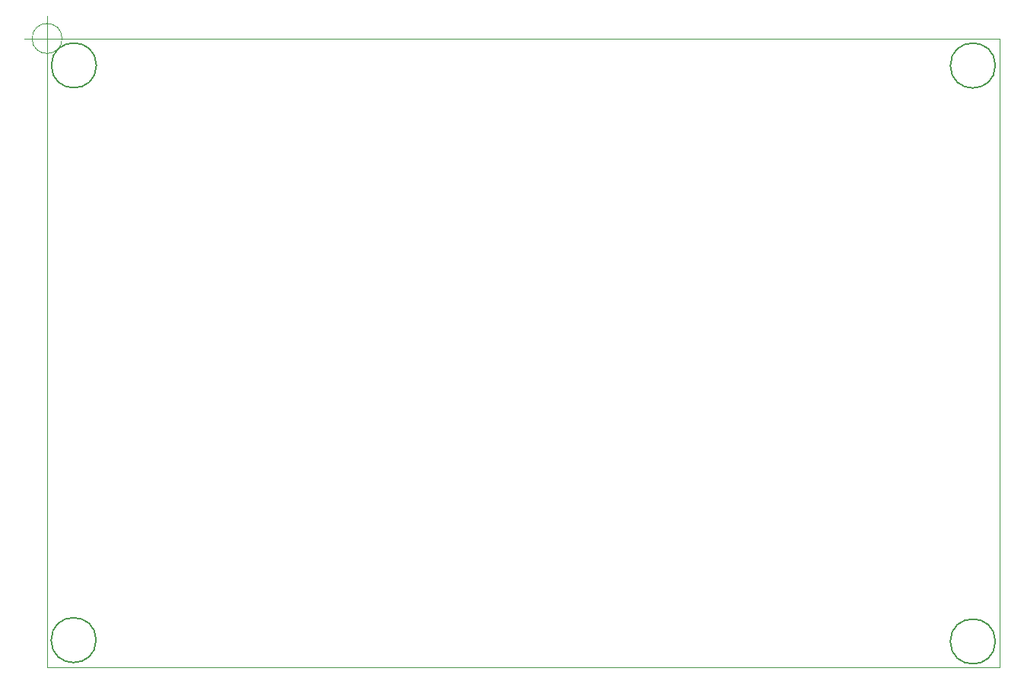
<source format=gbr>
%TF.GenerationSoftware,KiCad,Pcbnew,(5.1.8)-1*%
%TF.CreationDate,2021-03-14T10:01:34+01:00*%
%TF.ProjectId,Telerupteur_Emetteur_RF433_V2,54656c65-7275-4707-9465-75725f456d65,rev?*%
%TF.SameCoordinates,Original*%
%TF.FileFunction,Other,Comment*%
%FSLAX46Y46*%
G04 Gerber Fmt 4.6, Leading zero omitted, Abs format (unit mm)*
G04 Created by KiCad (PCBNEW (5.1.8)-1) date 2021-03-14 10:01:34*
%MOMM*%
%LPD*%
G01*
G04 APERTURE LIST*
%TA.AperFunction,Profile*%
%ADD10C,0.050000*%
%TD*%
%TA.AperFunction,Profile*%
%ADD11C,0.100000*%
%TD*%
%ADD12C,0.150000*%
G04 APERTURE END LIST*
D10*
X50666666Y-49950000D02*
G75*
G03*
X50666666Y-49950000I-1666666J0D01*
G01*
X46500000Y-49950000D02*
X51500000Y-49950000D01*
X49000000Y-47450000D02*
X49000000Y-52450000D01*
D11*
X49000000Y-49950000D02*
X155000000Y-49975000D01*
D10*
X49000000Y-120000000D02*
X155000000Y-120000000D01*
X155000000Y-49975000D02*
X155000000Y-120000000D01*
D11*
X49000000Y-49950000D02*
X49000000Y-120000000D01*
D12*
%TO.C,REF4*%
X154525000Y-117125000D02*
G75*
G03*
X154525000Y-117125000I-2500000J0D01*
G01*
%TO.C,REF2*%
X154525000Y-52965000D02*
G75*
G03*
X154525000Y-52965000I-2500000J0D01*
G01*
%TO.C,REF3*%
X54450000Y-116975000D02*
G75*
G03*
X54450000Y-116975000I-2500000J0D01*
G01*
%TO.C,REF1*%
X54480000Y-52950000D02*
G75*
G03*
X54480000Y-52950000I-2500000J0D01*
G01*
%TD*%
M02*

</source>
